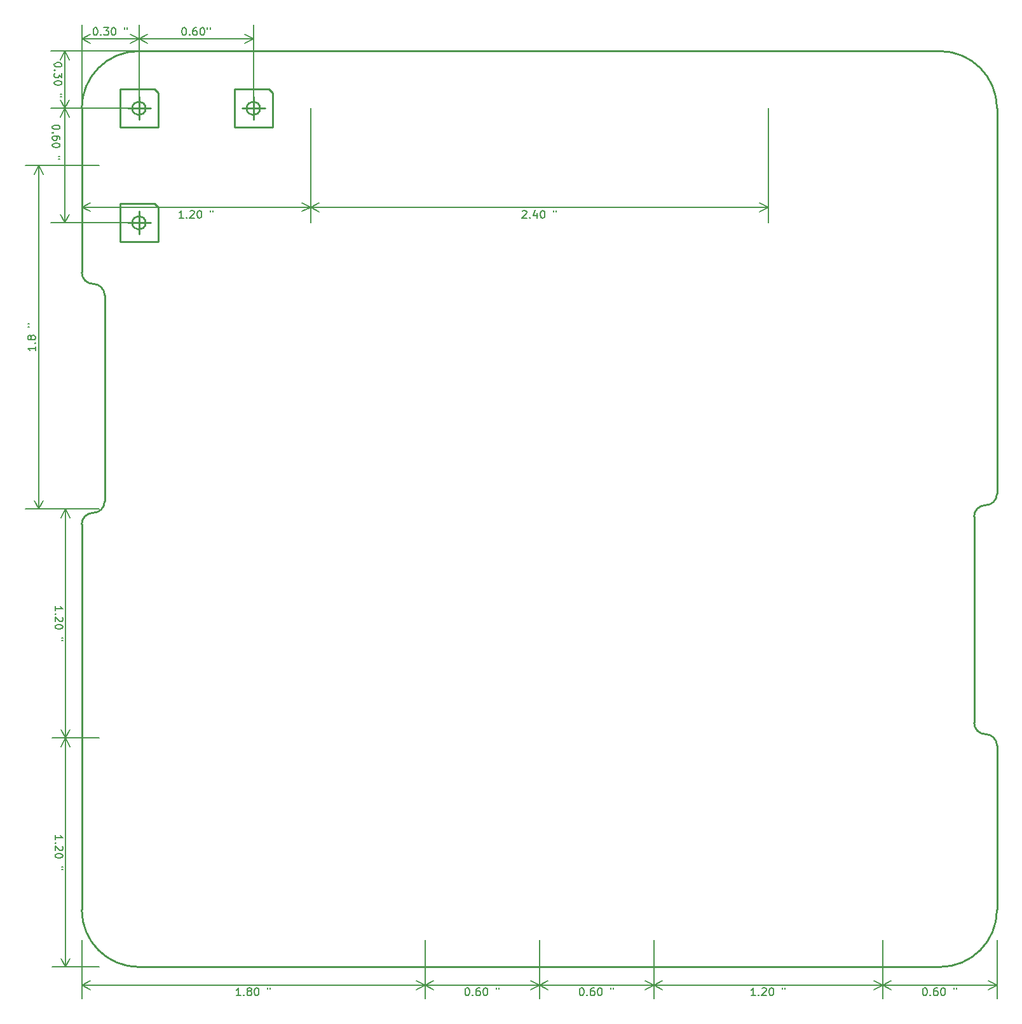
<source format=gbr>
G04 #@! TF.FileFunction,Drawing*
%FSLAX46Y46*%
G04 Gerber Fmt 4.6, Leading zero omitted, Abs format (unit mm)*
G04 Created by KiCad (PCBNEW (2014-12-11 BZR 5320)-product) date Fri Dec 19 11:32:42 2014*
%MOMM*%
G01*
G04 APERTURE LIST*
%ADD10C,0.152400*%
%ADD11C,0.203200*%
%ADD12C,0.254000*%
G04 APERTURE END LIST*
D10*
D11*
X19230219Y-64709524D02*
X19230219Y-65290095D01*
X19230219Y-64999809D02*
X18214219Y-64999809D01*
X18359362Y-65096571D01*
X18456124Y-65193333D01*
X18504505Y-65290095D01*
X19133457Y-64274095D02*
X19181838Y-64225714D01*
X19230219Y-64274095D01*
X19181838Y-64322476D01*
X19133457Y-64274095D01*
X19230219Y-64274095D01*
X18649648Y-63645142D02*
X18601267Y-63741904D01*
X18552886Y-63790285D01*
X18456124Y-63838666D01*
X18407743Y-63838666D01*
X18310981Y-63790285D01*
X18262600Y-63741904D01*
X18214219Y-63645142D01*
X18214219Y-63451619D01*
X18262600Y-63354857D01*
X18310981Y-63306476D01*
X18407743Y-63258095D01*
X18456124Y-63258095D01*
X18552886Y-63306476D01*
X18601267Y-63354857D01*
X18649648Y-63451619D01*
X18649648Y-63645142D01*
X18698029Y-63741904D01*
X18746410Y-63790285D01*
X18843171Y-63838666D01*
X19036695Y-63838666D01*
X19133457Y-63790285D01*
X19181838Y-63741904D01*
X19230219Y-63645142D01*
X19230219Y-63451619D01*
X19181838Y-63354857D01*
X19133457Y-63306476D01*
X19036695Y-63258095D01*
X18843171Y-63258095D01*
X18746410Y-63306476D01*
X18698029Y-63354857D01*
X18649648Y-63451619D01*
X18214219Y-62096952D02*
X18407743Y-62096952D01*
X18214219Y-61709905D02*
X18407743Y-61709905D01*
X19685000Y-86360000D02*
X19685000Y-40640000D01*
X27686000Y-86360000D02*
X17856200Y-86360000D01*
X27686000Y-40640000D02*
X17856200Y-40640000D01*
X19685000Y-40640000D02*
X20271421Y-41766504D01*
X19685000Y-40640000D02*
X19098579Y-41766504D01*
X19685000Y-86360000D02*
X20271421Y-85233496D01*
X19685000Y-86360000D02*
X19098579Y-85233496D01*
D12*
X147320000Y-117856000D02*
G75*
G03X145796000Y-116332000I-1524000J0D01*
G01*
X144272000Y-114808000D02*
G75*
G03X145796000Y-116332000I1524000J0D01*
G01*
X145796000Y-85852000D02*
G75*
G03X144272000Y-87376000I0J-1524000D01*
G01*
X145796000Y-85852000D02*
G75*
G03X147320000Y-84328000I0J1524000D01*
G01*
X25400000Y-54864000D02*
G75*
G03X26924000Y-56388000I1524000J0D01*
G01*
X28448000Y-57912000D02*
G75*
G03X26924000Y-56388000I-1524000J0D01*
G01*
X26924000Y-86868000D02*
G75*
G03X25400000Y-88392000I0J-1524000D01*
G01*
X26924000Y-86868000D02*
G75*
G03X28448000Y-85344000I0J1524000D01*
G01*
X33909000Y-48260000D02*
G75*
G03X33909000Y-48260000I-889000J0D01*
G01*
X31496000Y-48260000D02*
X34544000Y-48260000D01*
X33020000Y-46736000D02*
X33020000Y-49784000D01*
X33020000Y-31496000D02*
X33020000Y-34544000D01*
X31496000Y-33020000D02*
X34544000Y-33020000D01*
X33909000Y-33020000D02*
G75*
G03X33909000Y-33020000I-889000J0D01*
G01*
X48260000Y-31496000D02*
X48260000Y-34544000D01*
X46736000Y-33020000D02*
X49784000Y-33020000D01*
X49149000Y-33020000D02*
G75*
G03X49149000Y-33020000I-889000J0D01*
G01*
X147320000Y-84328000D02*
X147320000Y-33020000D01*
X147320000Y-117856000D02*
X147320000Y-139700000D01*
X25400000Y-88392000D02*
X25400000Y-139700000D01*
X25400000Y-54864000D02*
X25400000Y-33020000D01*
X144272000Y-101092000D02*
X144272000Y-114808000D01*
X144272000Y-101092000D02*
X144272000Y-87376000D01*
X28448000Y-71628000D02*
X28448000Y-85344000D01*
X28448000Y-71628000D02*
X28448000Y-57912000D01*
X139700000Y-147320000D02*
X33020000Y-147320000D01*
X33020000Y-25400000D02*
X139700000Y-25400000D01*
X25400000Y-139700000D02*
G75*
G03X33020000Y-147320000I7620000J0D01*
G01*
X147320000Y-33020000D02*
G75*
G03X139700000Y-25400000I-7620000J0D01*
G01*
X33020000Y-25400000D02*
G75*
G03X25400000Y-33020000I0J-7620000D01*
G01*
X139700000Y-147320000D02*
G75*
G03X147320000Y-139700000I0J7620000D01*
G01*
D11*
X21866981Y-130386667D02*
X21866981Y-129806096D01*
X21866981Y-130096382D02*
X22882981Y-130096382D01*
X22737838Y-129999620D01*
X22641076Y-129902858D01*
X22592695Y-129806096D01*
X21963743Y-130822096D02*
X21915362Y-130870477D01*
X21866981Y-130822096D01*
X21915362Y-130773715D01*
X21963743Y-130822096D01*
X21866981Y-130822096D01*
X22786219Y-131257525D02*
X22834600Y-131305906D01*
X22882981Y-131402668D01*
X22882981Y-131644572D01*
X22834600Y-131741334D01*
X22786219Y-131789715D01*
X22689457Y-131838096D01*
X22592695Y-131838096D01*
X22447552Y-131789715D01*
X21866981Y-131209144D01*
X21866981Y-131838096D01*
X22882981Y-132467049D02*
X22882981Y-132563810D01*
X22834600Y-132660572D01*
X22786219Y-132708953D01*
X22689457Y-132757334D01*
X22495933Y-132805715D01*
X22254029Y-132805715D01*
X22060505Y-132757334D01*
X21963743Y-132708953D01*
X21915362Y-132660572D01*
X21866981Y-132563810D01*
X21866981Y-132467049D01*
X21915362Y-132370287D01*
X21963743Y-132321906D01*
X22060505Y-132273525D01*
X22254029Y-132225144D01*
X22495933Y-132225144D01*
X22689457Y-132273525D01*
X22786219Y-132321906D01*
X22834600Y-132370287D01*
X22882981Y-132467049D01*
X22882981Y-133966858D02*
X22689457Y-133966858D01*
X22882981Y-134353905D02*
X22689457Y-134353905D01*
X23241000Y-116840000D02*
X23241000Y-147320000D01*
X27686000Y-116840000D02*
X21412200Y-116840000D01*
X27686000Y-147320000D02*
X21412200Y-147320000D01*
X23241000Y-147320000D02*
X22654579Y-146193496D01*
X23241000Y-147320000D02*
X23827421Y-146193496D01*
X23241000Y-116840000D02*
X22654579Y-117966504D01*
X23241000Y-116840000D02*
X23827421Y-117966504D01*
X21866981Y-99906667D02*
X21866981Y-99326096D01*
X21866981Y-99616382D02*
X22882981Y-99616382D01*
X22737838Y-99519620D01*
X22641076Y-99422858D01*
X22592695Y-99326096D01*
X21963743Y-100342096D02*
X21915362Y-100390477D01*
X21866981Y-100342096D01*
X21915362Y-100293715D01*
X21963743Y-100342096D01*
X21866981Y-100342096D01*
X22786219Y-100777525D02*
X22834600Y-100825906D01*
X22882981Y-100922668D01*
X22882981Y-101164572D01*
X22834600Y-101261334D01*
X22786219Y-101309715D01*
X22689457Y-101358096D01*
X22592695Y-101358096D01*
X22447552Y-101309715D01*
X21866981Y-100729144D01*
X21866981Y-101358096D01*
X22882981Y-101987049D02*
X22882981Y-102083810D01*
X22834600Y-102180572D01*
X22786219Y-102228953D01*
X22689457Y-102277334D01*
X22495933Y-102325715D01*
X22254029Y-102325715D01*
X22060505Y-102277334D01*
X21963743Y-102228953D01*
X21915362Y-102180572D01*
X21866981Y-102083810D01*
X21866981Y-101987049D01*
X21915362Y-101890287D01*
X21963743Y-101841906D01*
X22060505Y-101793525D01*
X22254029Y-101745144D01*
X22495933Y-101745144D01*
X22689457Y-101793525D01*
X22786219Y-101841906D01*
X22834600Y-101890287D01*
X22882981Y-101987049D01*
X22882981Y-103486858D02*
X22689457Y-103486858D01*
X22882981Y-103873905D02*
X22689457Y-103873905D01*
X23241000Y-86360000D02*
X23241000Y-116840000D01*
X27686000Y-86360000D02*
X21412200Y-86360000D01*
X27686000Y-116840000D02*
X21412200Y-116840000D01*
X23241000Y-116840000D02*
X22654579Y-115713496D01*
X23241000Y-116840000D02*
X23827421Y-115713496D01*
X23241000Y-86360000D02*
X22654579Y-87486504D01*
X23241000Y-86360000D02*
X23827421Y-87486504D01*
X137668001Y-150091019D02*
X137764762Y-150091019D01*
X137861524Y-150139400D01*
X137909905Y-150187781D01*
X137958286Y-150284543D01*
X138006667Y-150478067D01*
X138006667Y-150719971D01*
X137958286Y-150913495D01*
X137909905Y-151010257D01*
X137861524Y-151058638D01*
X137764762Y-151107019D01*
X137668001Y-151107019D01*
X137571239Y-151058638D01*
X137522858Y-151010257D01*
X137474477Y-150913495D01*
X137426096Y-150719971D01*
X137426096Y-150478067D01*
X137474477Y-150284543D01*
X137522858Y-150187781D01*
X137571239Y-150139400D01*
X137668001Y-150091019D01*
X138442096Y-151010257D02*
X138490477Y-151058638D01*
X138442096Y-151107019D01*
X138393715Y-151058638D01*
X138442096Y-151010257D01*
X138442096Y-151107019D01*
X139361334Y-150091019D02*
X139167811Y-150091019D01*
X139071049Y-150139400D01*
X139022668Y-150187781D01*
X138925906Y-150332924D01*
X138877525Y-150526448D01*
X138877525Y-150913495D01*
X138925906Y-151010257D01*
X138974287Y-151058638D01*
X139071049Y-151107019D01*
X139264572Y-151107019D01*
X139361334Y-151058638D01*
X139409715Y-151010257D01*
X139458096Y-150913495D01*
X139458096Y-150671590D01*
X139409715Y-150574829D01*
X139361334Y-150526448D01*
X139264572Y-150478067D01*
X139071049Y-150478067D01*
X138974287Y-150526448D01*
X138925906Y-150574829D01*
X138877525Y-150671590D01*
X140087049Y-150091019D02*
X140183810Y-150091019D01*
X140280572Y-150139400D01*
X140328953Y-150187781D01*
X140377334Y-150284543D01*
X140425715Y-150478067D01*
X140425715Y-150719971D01*
X140377334Y-150913495D01*
X140328953Y-151010257D01*
X140280572Y-151058638D01*
X140183810Y-151107019D01*
X140087049Y-151107019D01*
X139990287Y-151058638D01*
X139941906Y-151010257D01*
X139893525Y-150913495D01*
X139845144Y-150719971D01*
X139845144Y-150478067D01*
X139893525Y-150284543D01*
X139941906Y-150187781D01*
X139990287Y-150139400D01*
X140087049Y-150091019D01*
X141586858Y-150091019D02*
X141586858Y-150284543D01*
X141973905Y-150091019D02*
X141973905Y-150284543D01*
X132080000Y-149733000D02*
X147320000Y-149733000D01*
X132080000Y-143764000D02*
X132080000Y-151561800D01*
X147320000Y-143764000D02*
X147320000Y-151561800D01*
X147320000Y-149733000D02*
X146193496Y-150319421D01*
X147320000Y-149733000D02*
X146193496Y-149146579D01*
X132080000Y-149733000D02*
X133206504Y-150319421D01*
X132080000Y-149733000D02*
X133206504Y-149146579D01*
X115146667Y-151107019D02*
X114566096Y-151107019D01*
X114856382Y-151107019D02*
X114856382Y-150091019D01*
X114759620Y-150236162D01*
X114662858Y-150332924D01*
X114566096Y-150381305D01*
X115582096Y-151010257D02*
X115630477Y-151058638D01*
X115582096Y-151107019D01*
X115533715Y-151058638D01*
X115582096Y-151010257D01*
X115582096Y-151107019D01*
X116017525Y-150187781D02*
X116065906Y-150139400D01*
X116162668Y-150091019D01*
X116404572Y-150091019D01*
X116501334Y-150139400D01*
X116549715Y-150187781D01*
X116598096Y-150284543D01*
X116598096Y-150381305D01*
X116549715Y-150526448D01*
X115969144Y-151107019D01*
X116598096Y-151107019D01*
X117227049Y-150091019D02*
X117323810Y-150091019D01*
X117420572Y-150139400D01*
X117468953Y-150187781D01*
X117517334Y-150284543D01*
X117565715Y-150478067D01*
X117565715Y-150719971D01*
X117517334Y-150913495D01*
X117468953Y-151010257D01*
X117420572Y-151058638D01*
X117323810Y-151107019D01*
X117227049Y-151107019D01*
X117130287Y-151058638D01*
X117081906Y-151010257D01*
X117033525Y-150913495D01*
X116985144Y-150719971D01*
X116985144Y-150478067D01*
X117033525Y-150284543D01*
X117081906Y-150187781D01*
X117130287Y-150139400D01*
X117227049Y-150091019D01*
X118726858Y-150091019D02*
X118726858Y-150284543D01*
X119113905Y-150091019D02*
X119113905Y-150284543D01*
X101600000Y-149733000D02*
X132080000Y-149733000D01*
X101600000Y-143764000D02*
X101600000Y-151561800D01*
X132080000Y-143764000D02*
X132080000Y-151561800D01*
X132080000Y-149733000D02*
X130953496Y-150319421D01*
X132080000Y-149733000D02*
X130953496Y-149146579D01*
X101600000Y-149733000D02*
X102726504Y-150319421D01*
X101600000Y-149733000D02*
X102726504Y-149146579D01*
X91948001Y-150091019D02*
X92044762Y-150091019D01*
X92141524Y-150139400D01*
X92189905Y-150187781D01*
X92238286Y-150284543D01*
X92286667Y-150478067D01*
X92286667Y-150719971D01*
X92238286Y-150913495D01*
X92189905Y-151010257D01*
X92141524Y-151058638D01*
X92044762Y-151107019D01*
X91948001Y-151107019D01*
X91851239Y-151058638D01*
X91802858Y-151010257D01*
X91754477Y-150913495D01*
X91706096Y-150719971D01*
X91706096Y-150478067D01*
X91754477Y-150284543D01*
X91802858Y-150187781D01*
X91851239Y-150139400D01*
X91948001Y-150091019D01*
X92722096Y-151010257D02*
X92770477Y-151058638D01*
X92722096Y-151107019D01*
X92673715Y-151058638D01*
X92722096Y-151010257D01*
X92722096Y-151107019D01*
X93641334Y-150091019D02*
X93447811Y-150091019D01*
X93351049Y-150139400D01*
X93302668Y-150187781D01*
X93205906Y-150332924D01*
X93157525Y-150526448D01*
X93157525Y-150913495D01*
X93205906Y-151010257D01*
X93254287Y-151058638D01*
X93351049Y-151107019D01*
X93544572Y-151107019D01*
X93641334Y-151058638D01*
X93689715Y-151010257D01*
X93738096Y-150913495D01*
X93738096Y-150671590D01*
X93689715Y-150574829D01*
X93641334Y-150526448D01*
X93544572Y-150478067D01*
X93351049Y-150478067D01*
X93254287Y-150526448D01*
X93205906Y-150574829D01*
X93157525Y-150671590D01*
X94367049Y-150091019D02*
X94463810Y-150091019D01*
X94560572Y-150139400D01*
X94608953Y-150187781D01*
X94657334Y-150284543D01*
X94705715Y-150478067D01*
X94705715Y-150719971D01*
X94657334Y-150913495D01*
X94608953Y-151010257D01*
X94560572Y-151058638D01*
X94463810Y-151107019D01*
X94367049Y-151107019D01*
X94270287Y-151058638D01*
X94221906Y-151010257D01*
X94173525Y-150913495D01*
X94125144Y-150719971D01*
X94125144Y-150478067D01*
X94173525Y-150284543D01*
X94221906Y-150187781D01*
X94270287Y-150139400D01*
X94367049Y-150091019D01*
X95866858Y-150091019D02*
X95866858Y-150284543D01*
X96253905Y-150091019D02*
X96253905Y-150284543D01*
X86360000Y-149733000D02*
X101600000Y-149733000D01*
X86360000Y-143764000D02*
X86360000Y-151561800D01*
X101600000Y-143764000D02*
X101600000Y-151561800D01*
X101600000Y-149733000D02*
X100473496Y-150319421D01*
X101600000Y-149733000D02*
X100473496Y-149146579D01*
X86360000Y-149733000D02*
X87486504Y-150319421D01*
X86360000Y-149733000D02*
X87486504Y-149146579D01*
X76708001Y-150091019D02*
X76804762Y-150091019D01*
X76901524Y-150139400D01*
X76949905Y-150187781D01*
X76998286Y-150284543D01*
X77046667Y-150478067D01*
X77046667Y-150719971D01*
X76998286Y-150913495D01*
X76949905Y-151010257D01*
X76901524Y-151058638D01*
X76804762Y-151107019D01*
X76708001Y-151107019D01*
X76611239Y-151058638D01*
X76562858Y-151010257D01*
X76514477Y-150913495D01*
X76466096Y-150719971D01*
X76466096Y-150478067D01*
X76514477Y-150284543D01*
X76562858Y-150187781D01*
X76611239Y-150139400D01*
X76708001Y-150091019D01*
X77482096Y-151010257D02*
X77530477Y-151058638D01*
X77482096Y-151107019D01*
X77433715Y-151058638D01*
X77482096Y-151010257D01*
X77482096Y-151107019D01*
X78401334Y-150091019D02*
X78207811Y-150091019D01*
X78111049Y-150139400D01*
X78062668Y-150187781D01*
X77965906Y-150332924D01*
X77917525Y-150526448D01*
X77917525Y-150913495D01*
X77965906Y-151010257D01*
X78014287Y-151058638D01*
X78111049Y-151107019D01*
X78304572Y-151107019D01*
X78401334Y-151058638D01*
X78449715Y-151010257D01*
X78498096Y-150913495D01*
X78498096Y-150671590D01*
X78449715Y-150574829D01*
X78401334Y-150526448D01*
X78304572Y-150478067D01*
X78111049Y-150478067D01*
X78014287Y-150526448D01*
X77965906Y-150574829D01*
X77917525Y-150671590D01*
X79127049Y-150091019D02*
X79223810Y-150091019D01*
X79320572Y-150139400D01*
X79368953Y-150187781D01*
X79417334Y-150284543D01*
X79465715Y-150478067D01*
X79465715Y-150719971D01*
X79417334Y-150913495D01*
X79368953Y-151010257D01*
X79320572Y-151058638D01*
X79223810Y-151107019D01*
X79127049Y-151107019D01*
X79030287Y-151058638D01*
X78981906Y-151010257D01*
X78933525Y-150913495D01*
X78885144Y-150719971D01*
X78885144Y-150478067D01*
X78933525Y-150284543D01*
X78981906Y-150187781D01*
X79030287Y-150139400D01*
X79127049Y-150091019D01*
X80626858Y-150091019D02*
X80626858Y-150284543D01*
X81013905Y-150091019D02*
X81013905Y-150284543D01*
X71120000Y-149733000D02*
X86360000Y-149733000D01*
X71120000Y-143764000D02*
X71120000Y-151561800D01*
X86360000Y-143764000D02*
X86360000Y-151561800D01*
X86360000Y-149733000D02*
X85233496Y-150319421D01*
X86360000Y-149733000D02*
X85233496Y-149146579D01*
X71120000Y-149733000D02*
X72246504Y-150319421D01*
X71120000Y-149733000D02*
X72246504Y-149146579D01*
X46566667Y-151107019D02*
X45986096Y-151107019D01*
X46276382Y-151107019D02*
X46276382Y-150091019D01*
X46179620Y-150236162D01*
X46082858Y-150332924D01*
X45986096Y-150381305D01*
X47002096Y-151010257D02*
X47050477Y-151058638D01*
X47002096Y-151107019D01*
X46953715Y-151058638D01*
X47002096Y-151010257D01*
X47002096Y-151107019D01*
X47631049Y-150526448D02*
X47534287Y-150478067D01*
X47485906Y-150429686D01*
X47437525Y-150332924D01*
X47437525Y-150284543D01*
X47485906Y-150187781D01*
X47534287Y-150139400D01*
X47631049Y-150091019D01*
X47824572Y-150091019D01*
X47921334Y-150139400D01*
X47969715Y-150187781D01*
X48018096Y-150284543D01*
X48018096Y-150332924D01*
X47969715Y-150429686D01*
X47921334Y-150478067D01*
X47824572Y-150526448D01*
X47631049Y-150526448D01*
X47534287Y-150574829D01*
X47485906Y-150623210D01*
X47437525Y-150719971D01*
X47437525Y-150913495D01*
X47485906Y-151010257D01*
X47534287Y-151058638D01*
X47631049Y-151107019D01*
X47824572Y-151107019D01*
X47921334Y-151058638D01*
X47969715Y-151010257D01*
X48018096Y-150913495D01*
X48018096Y-150719971D01*
X47969715Y-150623210D01*
X47921334Y-150574829D01*
X47824572Y-150526448D01*
X48647049Y-150091019D02*
X48743810Y-150091019D01*
X48840572Y-150139400D01*
X48888953Y-150187781D01*
X48937334Y-150284543D01*
X48985715Y-150478067D01*
X48985715Y-150719971D01*
X48937334Y-150913495D01*
X48888953Y-151010257D01*
X48840572Y-151058638D01*
X48743810Y-151107019D01*
X48647049Y-151107019D01*
X48550287Y-151058638D01*
X48501906Y-151010257D01*
X48453525Y-150913495D01*
X48405144Y-150719971D01*
X48405144Y-150478067D01*
X48453525Y-150284543D01*
X48501906Y-150187781D01*
X48550287Y-150139400D01*
X48647049Y-150091019D01*
X50146858Y-150091019D02*
X50146858Y-150284543D01*
X50533905Y-150091019D02*
X50533905Y-150284543D01*
X25400000Y-149733000D02*
X71120000Y-149733000D01*
X25400000Y-143764000D02*
X25400000Y-151561800D01*
X71120000Y-143764000D02*
X71120000Y-151561800D01*
X71120000Y-149733000D02*
X69993496Y-150319421D01*
X71120000Y-149733000D02*
X69993496Y-149146579D01*
X25400000Y-149733000D02*
X26526504Y-150319421D01*
X25400000Y-149733000D02*
X26526504Y-149146579D01*
X22755981Y-27178001D02*
X22755981Y-27274762D01*
X22707600Y-27371524D01*
X22659219Y-27419905D01*
X22562457Y-27468286D01*
X22368933Y-27516667D01*
X22127029Y-27516667D01*
X21933505Y-27468286D01*
X21836743Y-27419905D01*
X21788362Y-27371524D01*
X21739981Y-27274762D01*
X21739981Y-27178001D01*
X21788362Y-27081239D01*
X21836743Y-27032858D01*
X21933505Y-26984477D01*
X22127029Y-26936096D01*
X22368933Y-26936096D01*
X22562457Y-26984477D01*
X22659219Y-27032858D01*
X22707600Y-27081239D01*
X22755981Y-27178001D01*
X21836743Y-27952096D02*
X21788362Y-28000477D01*
X21739981Y-27952096D01*
X21788362Y-27903715D01*
X21836743Y-27952096D01*
X21739981Y-27952096D01*
X22755981Y-28339144D02*
X22755981Y-28968096D01*
X22368933Y-28629430D01*
X22368933Y-28774572D01*
X22320552Y-28871334D01*
X22272171Y-28919715D01*
X22175410Y-28968096D01*
X21933505Y-28968096D01*
X21836743Y-28919715D01*
X21788362Y-28871334D01*
X21739981Y-28774572D01*
X21739981Y-28484287D01*
X21788362Y-28387525D01*
X21836743Y-28339144D01*
X22755981Y-29597049D02*
X22755981Y-29693810D01*
X22707600Y-29790572D01*
X22659219Y-29838953D01*
X22562457Y-29887334D01*
X22368933Y-29935715D01*
X22127029Y-29935715D01*
X21933505Y-29887334D01*
X21836743Y-29838953D01*
X21788362Y-29790572D01*
X21739981Y-29693810D01*
X21739981Y-29597049D01*
X21788362Y-29500287D01*
X21836743Y-29451906D01*
X21933505Y-29403525D01*
X22127029Y-29355144D01*
X22368933Y-29355144D01*
X22562457Y-29403525D01*
X22659219Y-29451906D01*
X22707600Y-29500287D01*
X22755981Y-29597049D01*
X22755981Y-31096858D02*
X22562457Y-31096858D01*
X22755981Y-31483905D02*
X22562457Y-31483905D01*
X23114000Y-25400000D02*
X23114000Y-33020000D01*
X33020000Y-25400000D02*
X21285200Y-25400000D01*
X33020000Y-33020000D02*
X21285200Y-33020000D01*
X23114000Y-33020000D02*
X22527579Y-31893496D01*
X23114000Y-33020000D02*
X23700421Y-31893496D01*
X23114000Y-25400000D02*
X22527579Y-26526504D01*
X23114000Y-25400000D02*
X23700421Y-26526504D01*
X27178001Y-22278219D02*
X27274762Y-22278219D01*
X27371524Y-22326600D01*
X27419905Y-22374981D01*
X27468286Y-22471743D01*
X27516667Y-22665267D01*
X27516667Y-22907171D01*
X27468286Y-23100695D01*
X27419905Y-23197457D01*
X27371524Y-23245838D01*
X27274762Y-23294219D01*
X27178001Y-23294219D01*
X27081239Y-23245838D01*
X27032858Y-23197457D01*
X26984477Y-23100695D01*
X26936096Y-22907171D01*
X26936096Y-22665267D01*
X26984477Y-22471743D01*
X27032858Y-22374981D01*
X27081239Y-22326600D01*
X27178001Y-22278219D01*
X27952096Y-23197457D02*
X28000477Y-23245838D01*
X27952096Y-23294219D01*
X27903715Y-23245838D01*
X27952096Y-23197457D01*
X27952096Y-23294219D01*
X28339144Y-22278219D02*
X28968096Y-22278219D01*
X28629430Y-22665267D01*
X28774572Y-22665267D01*
X28871334Y-22713648D01*
X28919715Y-22762029D01*
X28968096Y-22858790D01*
X28968096Y-23100695D01*
X28919715Y-23197457D01*
X28871334Y-23245838D01*
X28774572Y-23294219D01*
X28484287Y-23294219D01*
X28387525Y-23245838D01*
X28339144Y-23197457D01*
X29597049Y-22278219D02*
X29693810Y-22278219D01*
X29790572Y-22326600D01*
X29838953Y-22374981D01*
X29887334Y-22471743D01*
X29935715Y-22665267D01*
X29935715Y-22907171D01*
X29887334Y-23100695D01*
X29838953Y-23197457D01*
X29790572Y-23245838D01*
X29693810Y-23294219D01*
X29597049Y-23294219D01*
X29500287Y-23245838D01*
X29451906Y-23197457D01*
X29403525Y-23100695D01*
X29355144Y-22907171D01*
X29355144Y-22665267D01*
X29403525Y-22471743D01*
X29451906Y-22374981D01*
X29500287Y-22326600D01*
X29597049Y-22278219D01*
X31096858Y-22278219D02*
X31096858Y-22471743D01*
X31483905Y-22278219D02*
X31483905Y-22471743D01*
X33020000Y-23749000D02*
X25400000Y-23749000D01*
X33020000Y-33020000D02*
X33020000Y-21920200D01*
X25400000Y-33020000D02*
X25400000Y-21920200D01*
X25400000Y-23749000D02*
X26526504Y-23162579D01*
X25400000Y-23749000D02*
X26526504Y-24335421D01*
X33020000Y-23749000D02*
X31893496Y-23162579D01*
X33020000Y-23749000D02*
X31893496Y-24335421D01*
X22501981Y-35483801D02*
X22501981Y-35580562D01*
X22453600Y-35677324D01*
X22405219Y-35725705D01*
X22308457Y-35774086D01*
X22114933Y-35822467D01*
X21873029Y-35822467D01*
X21679505Y-35774086D01*
X21582743Y-35725705D01*
X21534362Y-35677324D01*
X21485981Y-35580562D01*
X21485981Y-35483801D01*
X21534362Y-35387039D01*
X21582743Y-35338658D01*
X21679505Y-35290277D01*
X21873029Y-35241896D01*
X22114933Y-35241896D01*
X22308457Y-35290277D01*
X22405219Y-35338658D01*
X22453600Y-35387039D01*
X22501981Y-35483801D01*
X21582743Y-36257896D02*
X21534362Y-36306277D01*
X21485981Y-36257896D01*
X21534362Y-36209515D01*
X21582743Y-36257896D01*
X21485981Y-36257896D01*
X22501981Y-37177134D02*
X22501981Y-36983611D01*
X22453600Y-36886849D01*
X22405219Y-36838468D01*
X22260076Y-36741706D01*
X22066552Y-36693325D01*
X21679505Y-36693325D01*
X21582743Y-36741706D01*
X21534362Y-36790087D01*
X21485981Y-36886849D01*
X21485981Y-37080372D01*
X21534362Y-37177134D01*
X21582743Y-37225515D01*
X21679505Y-37273896D01*
X21921410Y-37273896D01*
X22018171Y-37225515D01*
X22066552Y-37177134D01*
X22114933Y-37080372D01*
X22114933Y-36886849D01*
X22066552Y-36790087D01*
X22018171Y-36741706D01*
X21921410Y-36693325D01*
X22501981Y-37902849D02*
X22501981Y-37999610D01*
X22453600Y-38096372D01*
X22405219Y-38144753D01*
X22308457Y-38193134D01*
X22114933Y-38241515D01*
X21873029Y-38241515D01*
X21679505Y-38193134D01*
X21582743Y-38144753D01*
X21534362Y-38096372D01*
X21485981Y-37999610D01*
X21485981Y-37902849D01*
X21534362Y-37806087D01*
X21582743Y-37757706D01*
X21679505Y-37709325D01*
X21873029Y-37660944D01*
X22114933Y-37660944D01*
X22308457Y-37709325D01*
X22405219Y-37757706D01*
X22453600Y-37806087D01*
X22501981Y-37902849D01*
X22501981Y-39402658D02*
X22308457Y-39402658D01*
X22501981Y-39789705D02*
X22308457Y-39789705D01*
X23114000Y-33020000D02*
X23114000Y-48260000D01*
X33020000Y-33020000D02*
X21285200Y-33020000D01*
X33020000Y-48260000D02*
X21285200Y-48260000D01*
X23114000Y-48260000D02*
X22527579Y-47133496D01*
X23114000Y-48260000D02*
X23700421Y-47133496D01*
X23114000Y-33020000D02*
X22527579Y-34146504D01*
X23114000Y-33020000D02*
X23700421Y-34146504D01*
X38995048Y-22278219D02*
X39091809Y-22278219D01*
X39188571Y-22326600D01*
X39236952Y-22374981D01*
X39285333Y-22471743D01*
X39333714Y-22665267D01*
X39333714Y-22907171D01*
X39285333Y-23100695D01*
X39236952Y-23197457D01*
X39188571Y-23245838D01*
X39091809Y-23294219D01*
X38995048Y-23294219D01*
X38898286Y-23245838D01*
X38849905Y-23197457D01*
X38801524Y-23100695D01*
X38753143Y-22907171D01*
X38753143Y-22665267D01*
X38801524Y-22471743D01*
X38849905Y-22374981D01*
X38898286Y-22326600D01*
X38995048Y-22278219D01*
X39769143Y-23197457D02*
X39817524Y-23245838D01*
X39769143Y-23294219D01*
X39720762Y-23245838D01*
X39769143Y-23197457D01*
X39769143Y-23294219D01*
X40688381Y-22278219D02*
X40494858Y-22278219D01*
X40398096Y-22326600D01*
X40349715Y-22374981D01*
X40252953Y-22520124D01*
X40204572Y-22713648D01*
X40204572Y-23100695D01*
X40252953Y-23197457D01*
X40301334Y-23245838D01*
X40398096Y-23294219D01*
X40591619Y-23294219D01*
X40688381Y-23245838D01*
X40736762Y-23197457D01*
X40785143Y-23100695D01*
X40785143Y-22858790D01*
X40736762Y-22762029D01*
X40688381Y-22713648D01*
X40591619Y-22665267D01*
X40398096Y-22665267D01*
X40301334Y-22713648D01*
X40252953Y-22762029D01*
X40204572Y-22858790D01*
X41414096Y-22278219D02*
X41510857Y-22278219D01*
X41607619Y-22326600D01*
X41656000Y-22374981D01*
X41704381Y-22471743D01*
X41752762Y-22665267D01*
X41752762Y-22907171D01*
X41704381Y-23100695D01*
X41656000Y-23197457D01*
X41607619Y-23245838D01*
X41510857Y-23294219D01*
X41414096Y-23294219D01*
X41317334Y-23245838D01*
X41268953Y-23197457D01*
X41220572Y-23100695D01*
X41172191Y-22907171D01*
X41172191Y-22665267D01*
X41220572Y-22471743D01*
X41268953Y-22374981D01*
X41317334Y-22326600D01*
X41414096Y-22278219D01*
X42139810Y-22278219D02*
X42139810Y-22471743D01*
X42526857Y-22278219D02*
X42526857Y-22471743D01*
X33020000Y-23749000D02*
X48260000Y-23749000D01*
X33020000Y-33020000D02*
X33020000Y-21920200D01*
X48260000Y-33020000D02*
X48260000Y-21920200D01*
X48260000Y-23749000D02*
X47133496Y-24335421D01*
X48260000Y-23749000D02*
X47133496Y-23162579D01*
X33020000Y-23749000D02*
X34146504Y-24335421D01*
X33020000Y-23749000D02*
X34146504Y-23162579D01*
D12*
X30480000Y-50800000D02*
X30480000Y-45720000D01*
X35560000Y-50800000D02*
X30480000Y-50800000D01*
X35560000Y-46228000D02*
X35560000Y-50800000D01*
X35052000Y-45720000D02*
X35560000Y-46228000D01*
X34925000Y-45720000D02*
X35052000Y-45720000D01*
X30480000Y-45720000D02*
X34925000Y-45720000D01*
X45720000Y-35560000D02*
X45720000Y-30480000D01*
X50800000Y-35560000D02*
X45720000Y-35560000D01*
X50800000Y-30988000D02*
X50800000Y-35560000D01*
X50292000Y-30480000D02*
X50800000Y-30988000D01*
X45720000Y-30480000D02*
X50292000Y-30480000D01*
X30480000Y-35560000D02*
X30480000Y-30480000D01*
X35560000Y-35560000D02*
X30480000Y-35560000D01*
X35560000Y-30988000D02*
X35560000Y-35560000D01*
X35052000Y-30480000D02*
X35560000Y-30988000D01*
X30480000Y-30480000D02*
X35052000Y-30480000D01*
D11*
X84086096Y-46720881D02*
X84134477Y-46672500D01*
X84231239Y-46624119D01*
X84473143Y-46624119D01*
X84569905Y-46672500D01*
X84618286Y-46720881D01*
X84666667Y-46817643D01*
X84666667Y-46914405D01*
X84618286Y-47059548D01*
X84037715Y-47640119D01*
X84666667Y-47640119D01*
X85102096Y-47543357D02*
X85150477Y-47591738D01*
X85102096Y-47640119D01*
X85053715Y-47591738D01*
X85102096Y-47543357D01*
X85102096Y-47640119D01*
X86021334Y-46962786D02*
X86021334Y-47640119D01*
X85779430Y-46575738D02*
X85537525Y-47301452D01*
X86166477Y-47301452D01*
X86747049Y-46624119D02*
X86843810Y-46624119D01*
X86940572Y-46672500D01*
X86988953Y-46720881D01*
X87037334Y-46817643D01*
X87085715Y-47011167D01*
X87085715Y-47253071D01*
X87037334Y-47446595D01*
X86988953Y-47543357D01*
X86940572Y-47591738D01*
X86843810Y-47640119D01*
X86747049Y-47640119D01*
X86650287Y-47591738D01*
X86601906Y-47543357D01*
X86553525Y-47446595D01*
X86505144Y-47253071D01*
X86505144Y-47011167D01*
X86553525Y-46817643D01*
X86601906Y-46720881D01*
X86650287Y-46672500D01*
X86747049Y-46624119D01*
X88246858Y-46624119D02*
X88246858Y-46817643D01*
X88633905Y-46624119D02*
X88633905Y-46817643D01*
X55880000Y-46164500D02*
X116840000Y-46164500D01*
X55880000Y-33020000D02*
X55880000Y-48196500D01*
X116840000Y-33020000D02*
X116840000Y-48196500D01*
X116840000Y-46164500D02*
X115714780Y-46748700D01*
X116840000Y-46164500D02*
X115714780Y-45580300D01*
X55880000Y-46164500D02*
X57005220Y-46748700D01*
X55880000Y-46164500D02*
X57005220Y-45580300D01*
X38946667Y-47637579D02*
X38366096Y-47637579D01*
X38656382Y-47637579D02*
X38656382Y-46621579D01*
X38559620Y-46766722D01*
X38462858Y-46863484D01*
X38366096Y-46911865D01*
X39382096Y-47540817D02*
X39430477Y-47589198D01*
X39382096Y-47637579D01*
X39333715Y-47589198D01*
X39382096Y-47540817D01*
X39382096Y-47637579D01*
X39817525Y-46718341D02*
X39865906Y-46669960D01*
X39962668Y-46621579D01*
X40204572Y-46621579D01*
X40301334Y-46669960D01*
X40349715Y-46718341D01*
X40398096Y-46815103D01*
X40398096Y-46911865D01*
X40349715Y-47057008D01*
X39769144Y-47637579D01*
X40398096Y-47637579D01*
X41027049Y-46621579D02*
X41123810Y-46621579D01*
X41220572Y-46669960D01*
X41268953Y-46718341D01*
X41317334Y-46815103D01*
X41365715Y-47008627D01*
X41365715Y-47250531D01*
X41317334Y-47444055D01*
X41268953Y-47540817D01*
X41220572Y-47589198D01*
X41123810Y-47637579D01*
X41027049Y-47637579D01*
X40930287Y-47589198D01*
X40881906Y-47540817D01*
X40833525Y-47444055D01*
X40785144Y-47250531D01*
X40785144Y-47008627D01*
X40833525Y-46815103D01*
X40881906Y-46718341D01*
X40930287Y-46669960D01*
X41027049Y-46621579D01*
X42526858Y-46621579D02*
X42526858Y-46815103D01*
X42913905Y-46621579D02*
X42913905Y-46815103D01*
X25400000Y-46161960D02*
X55880000Y-46161960D01*
X25400000Y-33020000D02*
X25400000Y-48193960D01*
X55880000Y-33020000D02*
X55880000Y-48193960D01*
X55880000Y-46161960D02*
X54754780Y-46746160D01*
X55880000Y-46161960D02*
X54754780Y-45577760D01*
X25400000Y-46161960D02*
X26525220Y-46746160D01*
X25400000Y-46161960D02*
X26525220Y-45577760D01*
M02*

</source>
